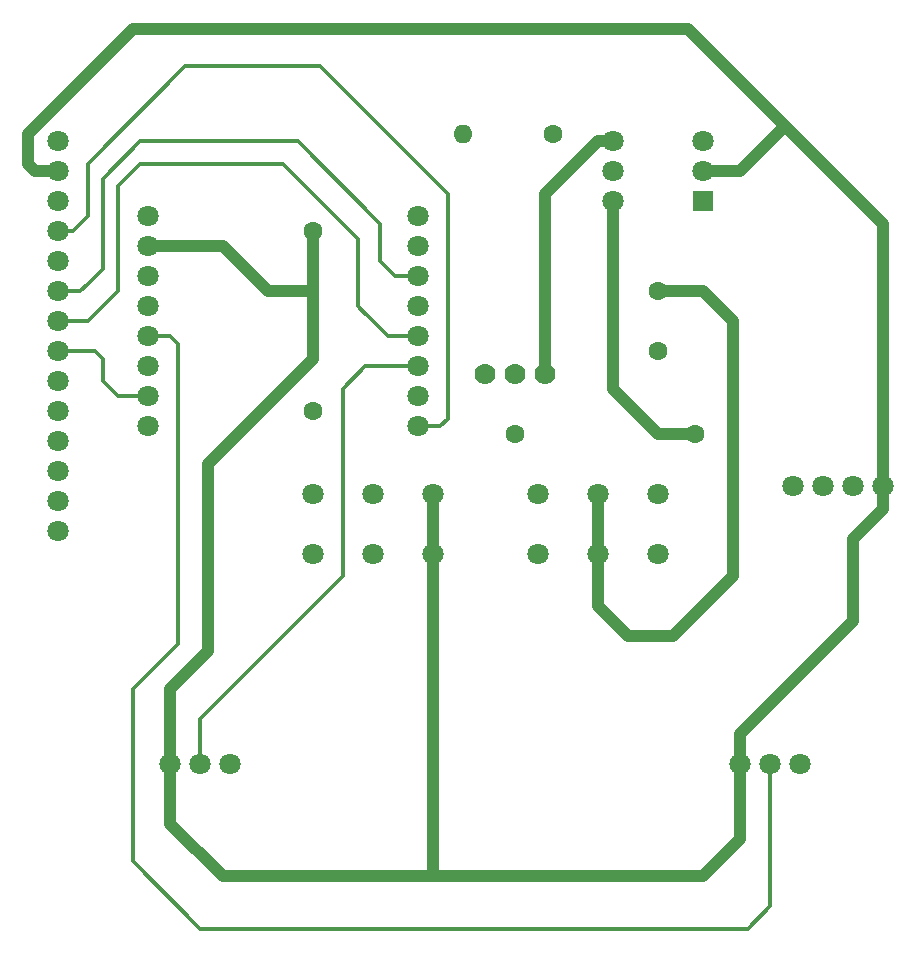
<source format=gbr>
G04 #@! TF.GenerationSoftware,KiCad,Pcbnew,(5.0.1)-3*
G04 #@! TF.CreationDate,2019-02-20T08:20:08+01:00*
G04 #@! TF.ProjectId,THERMOSTAT,544845524D4F535441542E6B69636164,rev?*
G04 #@! TF.SameCoordinates,Original*
G04 #@! TF.FileFunction,Copper,L2,Bot,Signal*
G04 #@! TF.FilePolarity,Positive*
%FSLAX46Y46*%
G04 Gerber Fmt 4.6, Leading zero omitted, Abs format (unit mm)*
G04 Created by KiCad (PCBNEW (5.0.1)-3) date 2/20/2019 8:20:08 AM*
%MOMM*%
%LPD*%
G01*
G04 APERTURE LIST*
G04 #@! TA.AperFunction,ComponentPad*
%ADD10C,1.600000*%
G04 #@! TD*
G04 #@! TA.AperFunction,ComponentPad*
%ADD11C,1.778000*%
G04 #@! TD*
G04 #@! TA.AperFunction,ComponentPad*
%ADD12R,1.800000X1.800000*%
G04 #@! TD*
G04 #@! TA.AperFunction,ComponentPad*
%ADD13C,1.800000*%
G04 #@! TD*
G04 #@! TA.AperFunction,ComponentPad*
%ADD14O,1.600000X1.600000*%
G04 #@! TD*
G04 #@! TA.AperFunction,Conductor*
%ADD15C,0.300000*%
G04 #@! TD*
G04 #@! TA.AperFunction,Conductor*
%ADD16C,1.000000*%
G04 #@! TD*
G04 APERTURE END LIST*
D10*
G04 #@! TO.P,1K_OHM1,1*
G04 #@! TO.N,Net-(1K_OHM1-Pad1)*
X153035000Y-97155000D03*
G04 #@! TO.P,1K_OHM1,2*
G04 #@! TO.N,Net-(1K_OHM1-Pad2)*
X168275000Y-97155000D03*
G04 #@! TD*
D11*
G04 #@! TO.P,TRIAC1,1*
G04 #@! TO.N,Net-(TERMINAL1-Pad3)*
X150495000Y-92075000D03*
G04 #@! TO.P,TRIAC1,2*
G04 #@! TO.N,Net-(1K_OHM1-Pad1)*
X153035000Y-92075000D03*
G04 #@! TO.P,TRIAC1,3*
G04 #@! TO.N,Net-(MOC1-Pad4)*
X155575000Y-92075000D03*
G04 #@! TD*
D10*
G04 #@! TO.P,HLKPM01,3*
G04 #@! TO.N,Net-(DHT1-Pad4)*
X135890000Y-80010000D03*
G04 #@! TO.P,HLKPM01,4*
G04 #@! TO.N,Net-(DHT1-Pad1)*
X135890000Y-95250000D03*
G04 #@! TO.P,HLKPM01,1*
G04 #@! TO.N,Net-(HLKPM01-Pad1)*
X165100000Y-85090000D03*
G04 #@! TO.P,HLKPM01,2*
G04 #@! TO.N,Net-(1K_OHM1-Pad1)*
X165100000Y-90170000D03*
G04 #@! TD*
D12*
G04 #@! TO.P,MOC1,1*
G04 #@! TO.N,Net-(220_OHM1-Pad1)*
X168910000Y-77470000D03*
D13*
G04 #@! TO.P,MOC1,4*
G04 #@! TO.N,Net-(MOC1-Pad4)*
X161290000Y-72390000D03*
G04 #@! TO.P,MOC1,2*
G04 #@! TO.N,Net-(DHT1-Pad4)*
X168910000Y-74930000D03*
G04 #@! TO.P,MOC1,5*
G04 #@! TO.N,Net-(MOC1-Pad5)*
X161290000Y-74930000D03*
G04 #@! TO.P,MOC1,3*
G04 #@! TO.N,Net-(MOC1-Pad3)*
X168910000Y-72390000D03*
G04 #@! TO.P,MOC1,6*
G04 #@! TO.N,Net-(1K_OHM1-Pad2)*
X161290000Y-77470000D03*
G04 #@! TD*
D10*
G04 #@! TO.P,220_OHM1,1*
G04 #@! TO.N,Net-(220_OHM1-Pad1)*
X156210000Y-71755000D03*
D14*
G04 #@! TO.P,220_OHM1,2*
G04 #@! TO.N,Net-(220_OHM1-Pad2)*
X148590000Y-71755000D03*
G04 #@! TD*
D13*
G04 #@! TO.P,ESP1,16*
G04 #@! TO.N,Net-(ESP1-Pad16)*
X144780000Y-78740000D03*
G04 #@! TO.P,ESP1,15*
G04 #@! TO.N,Net-(220_OHM1-Pad2)*
X144780000Y-81280000D03*
G04 #@! TO.P,ESP1,14*
G04 #@! TO.N,Net-(ESP1-Pad14)*
X144780000Y-83820000D03*
G04 #@! TO.P,ESP1,13*
G04 #@! TO.N,Net-(DHT1-Pad2)*
X144780000Y-86360000D03*
G04 #@! TO.P,ESP1,12*
G04 #@! TO.N,Net-(ESP1-Pad12)*
X144780000Y-88900000D03*
G04 #@! TO.P,ESP1,11*
G04 #@! TO.N,Net-(ESP1-Pad11)*
X144780000Y-91440000D03*
G04 #@! TO.P,ESP1,10*
G04 #@! TO.N,Net-(ESP1-Pad10)*
X144780000Y-93980000D03*
G04 #@! TO.P,ESP1,9*
G04 #@! TO.N,Net-(ESP1-Pad9)*
X144780000Y-96520000D03*
G04 #@! TO.P,ESP1,8*
G04 #@! TO.N,Net-(DHT1-Pad1)*
X121920000Y-78740000D03*
G04 #@! TO.P,ESP1,7*
G04 #@! TO.N,Net-(DHT1-Pad4)*
X121920000Y-81280000D03*
G04 #@! TO.P,ESP1,6*
G04 #@! TO.N,Net-(ESP1-Pad6)*
X121920000Y-83820000D03*
G04 #@! TO.P,ESP1,5*
G04 #@! TO.N,Net-(ESP1-Pad5)*
X121920000Y-86360000D03*
G04 #@! TO.P,ESP1,4*
G04 #@! TO.N,Net-(ESP1-Pad4)*
X121920000Y-88900000D03*
G04 #@! TO.P,ESP1,3*
G04 #@! TO.N,Net-(ESP1-Pad3)*
X121920000Y-91440000D03*
G04 #@! TO.P,ESP1,2*
G04 #@! TO.N,Net-(ESP1-Pad2)*
X121920000Y-93980000D03*
G04 #@! TO.P,ESP1,1*
G04 #@! TO.N,Net-(ESP1-Pad1)*
X121920000Y-96520000D03*
G04 #@! TD*
G04 #@! TO.P,DHTEXT1,3*
G04 #@! TO.N,Net-(DHT1-Pad4)*
X146050000Y-107315000D03*
G04 #@! TO.P,DHTEXT1,2*
G04 #@! TO.N,Net-(DHT1-Pad2)*
X140970000Y-107315000D03*
G04 #@! TO.P,DHTEXT1,1*
G04 #@! TO.N,Net-(DHT1-Pad1)*
X135890000Y-107315000D03*
G04 #@! TO.P,DHTEXT1,3*
G04 #@! TO.N,Net-(DHT1-Pad4)*
X146050000Y-102235000D03*
G04 #@! TO.P,DHTEXT1,2*
G04 #@! TO.N,Net-(DHT1-Pad2)*
X140970000Y-102235000D03*
G04 #@! TO.P,DHTEXT1,1*
G04 #@! TO.N,Net-(DHT1-Pad1)*
X135890000Y-102235000D03*
G04 #@! TD*
G04 #@! TO.P,TERMINAL1,3*
G04 #@! TO.N,Net-(TERMINAL1-Pad3)*
X165100000Y-107315000D03*
G04 #@! TO.P,TERMINAL1,2*
G04 #@! TO.N,Net-(HLKPM01-Pad1)*
X160020000Y-107315000D03*
G04 #@! TO.P,TERMINAL1,1*
G04 #@! TO.N,Net-(1K_OHM1-Pad1)*
X154940000Y-107315000D03*
G04 #@! TO.P,TERMINAL1,3*
G04 #@! TO.N,Net-(TERMINAL1-Pad3)*
X165100000Y-102235000D03*
G04 #@! TO.P,TERMINAL1,2*
G04 #@! TO.N,Net-(HLKPM01-Pad1)*
X160020000Y-102235000D03*
G04 #@! TO.P,TERMINAL1,1*
G04 #@! TO.N,Net-(1K_OHM1-Pad1)*
X154940000Y-102235000D03*
G04 #@! TD*
G04 #@! TO.P,TouchUp1,3*
G04 #@! TO.N,Net-(DHT1-Pad4)*
X172085000Y-125095000D03*
G04 #@! TO.P,TouchUp1,2*
G04 #@! TO.N,Net-(ESP1-Pad4)*
X174625000Y-125095000D03*
G04 #@! TO.P,TouchUp1,1*
G04 #@! TO.N,Net-(DHT1-Pad1)*
X177165000Y-125095000D03*
G04 #@! TD*
G04 #@! TO.P,DHT1,4*
G04 #@! TO.N,Net-(DHT1-Pad4)*
X184150000Y-101600000D03*
G04 #@! TO.P,DHT1,3*
G04 #@! TO.N,Net-(DHT1-Pad3)*
X181610000Y-101600000D03*
G04 #@! TO.P,DHT1,2*
G04 #@! TO.N,Net-(DHT1-Pad2)*
X179070000Y-101600000D03*
G04 #@! TO.P,DHT1,1*
G04 #@! TO.N,Net-(DHT1-Pad1)*
X176530000Y-101600000D03*
G04 #@! TD*
G04 #@! TO.P,TouchDown1,3*
G04 #@! TO.N,Net-(DHT1-Pad4)*
X123825000Y-125095000D03*
G04 #@! TO.P,TouchDown1,2*
G04 #@! TO.N,Net-(ESP1-Pad11)*
X126365000Y-125095000D03*
G04 #@! TO.P,TouchDown1,1*
G04 #@! TO.N,Net-(DHT1-Pad1)*
X128905000Y-125095000D03*
G04 #@! TD*
G04 #@! TO.P,TFT1,14*
G04 #@! TO.N,Net-(TFT1-Pad14)*
X114300000Y-105410000D03*
G04 #@! TO.P,TFT1,13*
G04 #@! TO.N,Net-(TFT1-Pad13)*
X114300000Y-102870000D03*
G04 #@! TO.P,TFT1,12*
G04 #@! TO.N,Net-(TFT1-Pad12)*
X114300000Y-100330000D03*
G04 #@! TO.P,TFT1,11*
G04 #@! TO.N,Net-(TFT1-Pad11)*
X114300000Y-97790000D03*
G04 #@! TO.P,TFT1,10*
G04 #@! TO.N,Net-(TFT1-Pad10)*
X114300000Y-95250000D03*
G04 #@! TO.P,TFT1,9*
G04 #@! TO.N,Net-(TFT1-Pad9)*
X114300000Y-92710000D03*
G04 #@! TO.P,TFT1,8*
G04 #@! TO.N,Net-(ESP1-Pad2)*
X114300000Y-90170000D03*
G04 #@! TO.P,TFT1,7*
G04 #@! TO.N,Net-(ESP1-Pad12)*
X114300000Y-87630000D03*
G04 #@! TO.P,TFT1,6*
G04 #@! TO.N,Net-(ESP1-Pad14)*
X114300000Y-85090000D03*
G04 #@! TO.P,TFT1,5*
G04 #@! TO.N,Net-(ESP1-Pad6)*
X114300000Y-82550000D03*
G04 #@! TO.P,TFT1,4*
G04 #@! TO.N,Net-(ESP1-Pad9)*
X114300000Y-80010000D03*
G04 #@! TO.P,TFT1,3*
G04 #@! TO.N,Net-(ESP1-Pad3)*
X114300000Y-77470000D03*
G04 #@! TO.P,TFT1,2*
G04 #@! TO.N,Net-(DHT1-Pad4)*
X114300000Y-74930000D03*
G04 #@! TO.P,TFT1,1*
G04 #@! TO.N,Net-(DHT1-Pad1)*
X114300000Y-72390000D03*
G04 #@! TD*
D15*
G04 #@! TO.N,Net-(ESP1-Pad2)*
X115570000Y-90170000D02*
X116205000Y-90170000D01*
X114300000Y-90170000D02*
X115570000Y-90170000D01*
X116205000Y-90170000D02*
X117475000Y-90170000D01*
X118110000Y-92710000D02*
X118110000Y-90805000D01*
X119380000Y-93980000D02*
X118110000Y-92710000D01*
X121920000Y-93980000D02*
X119380000Y-93980000D01*
X117475000Y-90170000D02*
X118110000Y-90805000D01*
G04 #@! TO.N,Net-(ESP1-Pad4)*
X174625000Y-126367792D02*
X174625000Y-125095000D01*
X174625000Y-137160000D02*
X174625000Y-126367792D01*
X172720000Y-139065000D02*
X174625000Y-137160000D01*
X126365000Y-139065000D02*
X172720000Y-139065000D01*
X120650000Y-118745000D02*
X120650000Y-133350000D01*
X120650000Y-133350000D02*
X126365000Y-139065000D01*
X124460000Y-114935000D02*
X120650000Y-118745000D01*
X124460000Y-90805000D02*
X124460000Y-114935000D01*
X123825000Y-88900000D02*
X124460000Y-89535000D01*
X121920000Y-88900000D02*
X123825000Y-88900000D01*
X124460000Y-89535000D02*
X124460000Y-90805000D01*
G04 #@! TO.N,Net-(ESP1-Pad9)*
X116840000Y-78740000D02*
X116840000Y-76835000D01*
X114300000Y-80010000D02*
X115570000Y-80010000D01*
X115570000Y-80010000D02*
X116840000Y-78740000D01*
X116840000Y-76835000D02*
X116840000Y-75565000D01*
X116840000Y-75565000D02*
X116840000Y-74295000D01*
X125095000Y-66040000D02*
X127635000Y-66040000D01*
X116840000Y-74295000D02*
X125095000Y-66040000D01*
X147320000Y-95885000D02*
X147320000Y-92075000D01*
X146685000Y-96520000D02*
X147320000Y-95885000D01*
X144780000Y-96520000D02*
X146685000Y-96520000D01*
X147320000Y-76835000D02*
X136525000Y-66040000D01*
X136525000Y-66040000D02*
X127635000Y-66040000D01*
X147320000Y-92075000D02*
X147320000Y-76835000D01*
G04 #@! TO.N,Net-(ESP1-Pad11)*
X126365000Y-121285000D02*
X138430000Y-109220000D01*
X126365000Y-125095000D02*
X126365000Y-121285000D01*
X140335000Y-91440000D02*
X138430000Y-93345000D01*
X144780000Y-91440000D02*
X140335000Y-91440000D01*
X138430000Y-109220000D02*
X138430000Y-93345000D01*
G04 #@! TO.N,Net-(ESP1-Pad12)*
X116840000Y-87630000D02*
X119380000Y-85090000D01*
X116840000Y-87630000D02*
X114300000Y-87630000D01*
X119380000Y-85090000D02*
X119380000Y-78105000D01*
X119380000Y-76200000D02*
X119380000Y-78105000D01*
X140335000Y-86995000D02*
X139700000Y-86360000D01*
X139700000Y-86360000D02*
X139700000Y-80645000D01*
X139700000Y-80645000D02*
X133350000Y-74295000D01*
X133350000Y-74295000D02*
X121285000Y-74295000D01*
X121285000Y-74295000D02*
X119380000Y-76200000D01*
X144780000Y-88900000D02*
X142240000Y-88900000D01*
X142240000Y-88900000D02*
X139700000Y-86360000D01*
G04 #@! TO.N,Net-(ESP1-Pad14)*
X116205000Y-85090000D02*
X116840000Y-84455000D01*
X114300000Y-85090000D02*
X116205000Y-85090000D01*
X116840000Y-84455000D02*
X118110000Y-83185000D01*
X118110000Y-83185000D02*
X118110000Y-77470000D01*
X118110000Y-77470000D02*
X118110000Y-76200000D01*
X118110000Y-75565000D02*
X121285000Y-72390000D01*
X118110000Y-76200000D02*
X118110000Y-75565000D01*
X134620000Y-72390000D02*
X141605000Y-79375000D01*
X121285000Y-72390000D02*
X134620000Y-72390000D01*
X141605000Y-82550000D02*
X141605000Y-80645000D01*
X142875000Y-83820000D02*
X141605000Y-82550000D01*
X144780000Y-83820000D02*
X142875000Y-83820000D01*
X141605000Y-79375000D02*
X141605000Y-80645000D01*
D16*
G04 #@! TO.N,Net-(1K_OHM1-Pad2)*
X165100000Y-97155000D02*
X161290000Y-93345000D01*
X168275000Y-97155000D02*
X165100000Y-97155000D01*
X161290000Y-77470000D02*
X161290000Y-93345000D01*
G04 #@! TO.N,Net-(DHT1-Pad4)*
X123825000Y-125095000D02*
X123825000Y-130175000D01*
X123825000Y-130175000D02*
X128270000Y-134620000D01*
X168910000Y-134620000D02*
X172085000Y-131445000D01*
X172085000Y-131445000D02*
X172085000Y-125095000D01*
X184150000Y-103505000D02*
X184150000Y-102235000D01*
X147955000Y-134620000D02*
X168910000Y-134620000D01*
X172085000Y-125095000D02*
X172085000Y-122555000D01*
X181610000Y-113030000D02*
X181610000Y-106045000D01*
X172085000Y-122555000D02*
X181610000Y-113030000D01*
X181610000Y-106045000D02*
X184150000Y-103505000D01*
X166370000Y-62865000D02*
X167640000Y-62865000D01*
X184150000Y-102235000D02*
X184150000Y-79375000D01*
X123825000Y-118745000D02*
X123825000Y-125095000D01*
X127000000Y-115570000D02*
X123825000Y-118745000D01*
X127000000Y-99695000D02*
X127000000Y-115570000D01*
X135890000Y-90805000D02*
X127000000Y-99695000D01*
X146050000Y-107315000D02*
X146050000Y-102235000D01*
X146050000Y-107315000D02*
X146050000Y-134620000D01*
X128270000Y-134620000D02*
X146050000Y-134620000D01*
X146050000Y-134620000D02*
X147955000Y-134620000D01*
X154940000Y-62865000D02*
X120650000Y-62865000D01*
X120650000Y-62865000D02*
X111760000Y-71755000D01*
X111760000Y-71755000D02*
X111760000Y-74295000D01*
X112395000Y-74930000D02*
X114300000Y-74930000D01*
X111760000Y-74295000D02*
X112395000Y-74930000D01*
X166370000Y-62865000D02*
X163830000Y-62865000D01*
X163830000Y-62865000D02*
X154940000Y-62865000D01*
X172085000Y-74930000D02*
X175895000Y-71120000D01*
X168910000Y-74930000D02*
X172085000Y-74930000D01*
X167640000Y-62865000D02*
X175895000Y-71120000D01*
X175895000Y-71120000D02*
X184150000Y-79375000D01*
X121920000Y-81280000D02*
X128270000Y-81280000D01*
X132080000Y-85090000D02*
X135890000Y-85090000D01*
X128270000Y-81280000D02*
X132080000Y-85090000D01*
X135890000Y-80010000D02*
X135890000Y-85090000D01*
X135890000Y-85090000D02*
X135890000Y-90805000D01*
G04 #@! TO.N,Net-(HLKPM01-Pad1)*
X160020000Y-102235000D02*
X160020000Y-107315000D01*
X168910000Y-85090000D02*
X165100000Y-85090000D01*
X160020000Y-111760000D02*
X162560000Y-114300000D01*
X160020000Y-107315000D02*
X160020000Y-111760000D01*
X162560000Y-114300000D02*
X166370000Y-114300000D01*
X166370000Y-114300000D02*
X171450000Y-109220000D01*
X171450000Y-109220000D02*
X171450000Y-87630000D01*
X171450000Y-87630000D02*
X168910000Y-85090000D01*
G04 #@! TO.N,Net-(MOC1-Pad4)*
X160020000Y-72390000D02*
X161290000Y-72390000D01*
X155575000Y-92075000D02*
X155575000Y-76835000D01*
X155575000Y-76835000D02*
X160020000Y-72390000D01*
G04 #@! TD*
M02*

</source>
